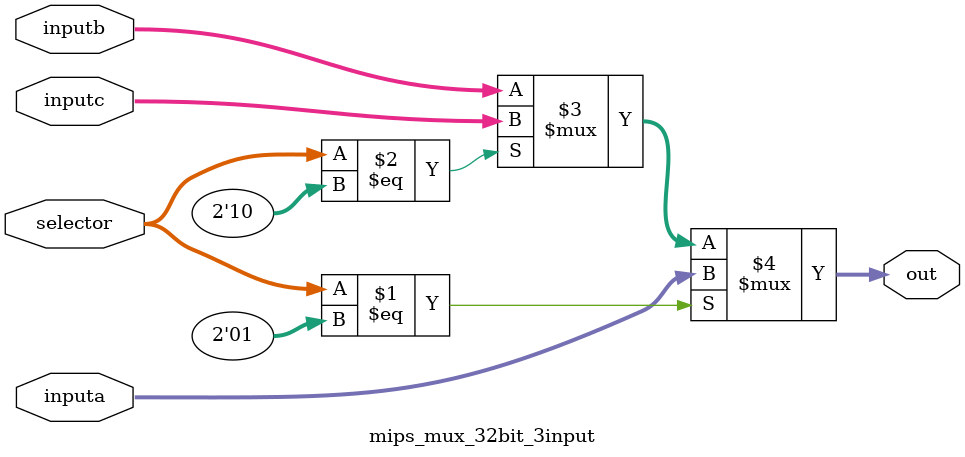
<source format=v>
module mips_mux_32bit_3input(out, selector, inputa, inputb, inputc);

output [31:0] out;

input [1:0]  selector;
input [31:0] inputa, inputb, inputc;

assign out = selector == 2'b01 ? inputa : selector == 2'b10 ? inputc : inputb;

endmodule
</source>
